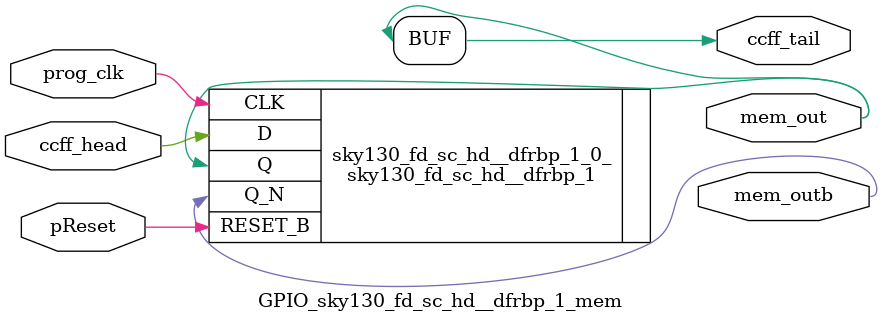
<source format=v>
`default_nettype none

module mux_tree_tapbuf_size4_mem(pReset,
                                 prog_clk,
                                 ccff_head,
                                 ccff_tail,
                                 mem_out,
                                 mem_outb);
//----- GLOBAL PORTS -----
input [0:0] pReset;
//----- GLOBAL PORTS -----
input [0:0] prog_clk;
//----- INPUT PORTS -----
input [0:0] ccff_head;
//----- OUTPUT PORTS -----
output [0:0] ccff_tail;
//----- OUTPUT PORTS -----
output [0:2] mem_out;
//----- OUTPUT PORTS -----
output [0:2] mem_outb;

//----- BEGIN wire-connection ports -----
//----- END wire-connection ports -----


//----- BEGIN Registered ports -----
//----- END Registered ports -----



// ----- BEGIN Local short connections -----
// ----- END Local short connections -----
// ----- BEGIN Local output short connections -----
	assign ccff_tail[0] = mem_out[2];
// ----- END Local output short connections -----

	sky130_fd_sc_hd__dfrbp_1 sky130_fd_sc_hd__dfrbp_1_0_ (
		.RESET_B(pReset),
		.CLK(prog_clk),
		.D(ccff_head),
		.Q(mem_out[0]),
		.Q_N(mem_outb[0]));

	sky130_fd_sc_hd__dfrbp_1 sky130_fd_sc_hd__dfrbp_1_1_ (
		.RESET_B(pReset),
		.CLK(prog_clk),
		.D(mem_out[0]),
		.Q(mem_out[1]),
		.Q_N(mem_outb[1]));

	sky130_fd_sc_hd__dfrbp_1 sky130_fd_sc_hd__dfrbp_1_2_ (
		.RESET_B(pReset),
		.CLK(prog_clk),
		.D(mem_out[1]),
		.Q(mem_out[2]),
		.Q_N(mem_outb[2]));

endmodule
// ----- END Verilog module for mux_tree_tapbuf_size4_mem -----

//----- Default net type -----
`default_nettype wire




//----- Default net type -----
`default_nettype none

// ----- Verilog module for mux_tree_tapbuf_size2_mem -----
module mux_tree_tapbuf_size2_mem(pReset,
                                 prog_clk,
                                 ccff_head,
                                 ccff_tail,
                                 mem_out,
                                 mem_outb);
//----- GLOBAL PORTS -----
input [0:0] pReset;
//----- GLOBAL PORTS -----
input [0:0] prog_clk;
//----- INPUT PORTS -----
input [0:0] ccff_head;
//----- OUTPUT PORTS -----
output [0:0] ccff_tail;
//----- OUTPUT PORTS -----
output [0:1] mem_out;
//----- OUTPUT PORTS -----
output [0:1] mem_outb;

//----- BEGIN wire-connection ports -----
//----- END wire-connection ports -----


//----- BEGIN Registered ports -----
//----- END Registered ports -----



// ----- BEGIN Local short connections -----
// ----- END Local short connections -----
// ----- BEGIN Local output short connections -----
	assign ccff_tail[0] = mem_out[1];
// ----- END Local output short connections -----

	sky130_fd_sc_hd__dfrbp_1 sky130_fd_sc_hd__dfrbp_1_0_ (
		.RESET_B(pReset),
		.CLK(prog_clk),
		.D(ccff_head),
		.Q(mem_out[0]),
		.Q_N(mem_outb[0]));

	sky130_fd_sc_hd__dfrbp_1 sky130_fd_sc_hd__dfrbp_1_1_ (
		.RESET_B(pReset),
		.CLK(prog_clk),
		.D(mem_out[0]),
		.Q(mem_out[1]),
		.Q_N(mem_outb[1]));

endmodule
// ----- END Verilog module for mux_tree_tapbuf_size2_mem -----

//----- Default net type -----
`default_nettype wire




//----- Default net type -----
`default_nettype none

// ----- Verilog module for mux_tree_tapbuf_size3_mem -----
module mux_tree_tapbuf_size3_mem(pReset,
                                 prog_clk,
                                 ccff_head,
                                 ccff_tail,
                                 mem_out,
                                 mem_outb);
//----- GLOBAL PORTS -----
input [0:0] pReset;
//----- GLOBAL PORTS -----
input [0:0] prog_clk;
//----- INPUT PORTS -----
input [0:0] ccff_head;
//----- OUTPUT PORTS -----
output [0:0] ccff_tail;
//----- OUTPUT PORTS -----
output [0:1] mem_out;
//----- OUTPUT PORTS -----
output [0:1] mem_outb;

//----- BEGIN wire-connection ports -----
//----- END wire-connection ports -----


//----- BEGIN Registered ports -----
//----- END Registered ports -----



// ----- BEGIN Local short connections -----
// ----- END Local short connections -----
// ----- BEGIN Local output short connections -----
	assign ccff_tail[0] = mem_out[1];
// ----- END Local output short connections -----

	sky130_fd_sc_hd__dfrbp_1 sky130_fd_sc_hd__dfrbp_1_0_ (
		.RESET_B(pReset),
		.CLK(prog_clk),
		.D(ccff_head),
		.Q(mem_out[0]),
		.Q_N(mem_outb[0]));

	sky130_fd_sc_hd__dfrbp_1 sky130_fd_sc_hd__dfrbp_1_1_ (
		.RESET_B(pReset),
		.CLK(prog_clk),
		.D(mem_out[0]),
		.Q(mem_out[1]),
		.Q_N(mem_outb[1]));

endmodule
// ----- END Verilog module for mux_tree_tapbuf_size3_mem -----

//----- Default net type -----
`default_nettype wire




//----- Default net type -----
`default_nettype none

// ----- Verilog module for mux_tree_size60_mem -----
module mux_tree_size60_mem(pReset,
                           prog_clk,
                           ccff_head,
                           ccff_tail,
                           mem_out,
                           mem_outb);
//----- GLOBAL PORTS -----
input [0:0] pReset;
//----- GLOBAL PORTS -----
input [0:0] prog_clk;
//----- INPUT PORTS -----
input [0:0] ccff_head;
//----- OUTPUT PORTS -----
output [0:0] ccff_tail;
//----- OUTPUT PORTS -----
output [0:5] mem_out;
//----- OUTPUT PORTS -----
output [0:5] mem_outb;

//----- BEGIN wire-connection ports -----
//----- END wire-connection ports -----


//----- BEGIN Registered ports -----
//----- END Registered ports -----



// ----- BEGIN Local short connections -----
// ----- END Local short connections -----
// ----- BEGIN Local output short connections -----
	assign ccff_tail[0] = mem_out[5];
// ----- END Local output short connections -----

	sky130_fd_sc_hd__dfrbp_1 sky130_fd_sc_hd__dfrbp_1_0_ (
		.RESET_B(pReset),
		.CLK(prog_clk),
		.D(ccff_head),
		.Q(mem_out[0]),
		.Q_N(mem_outb[0]));

	sky130_fd_sc_hd__dfrbp_1 sky130_fd_sc_hd__dfrbp_1_1_ (
		.RESET_B(pReset),
		.CLK(prog_clk),
		.D(mem_out[0]),
		.Q(mem_out[1]),
		.Q_N(mem_outb[1]));

	sky130_fd_sc_hd__dfrbp_1 sky130_fd_sc_hd__dfrbp_1_2_ (
		.RESET_B(pReset),
		.CLK(prog_clk),
		.D(mem_out[1]),
		.Q(mem_out[2]),
		.Q_N(mem_outb[2]));

	sky130_fd_sc_hd__dfrbp_1 sky130_fd_sc_hd__dfrbp_1_3_ (
		.RESET_B(pReset),
		.CLK(prog_clk),
		.D(mem_out[2]),
		.Q(mem_out[3]),
		.Q_N(mem_outb[3]));

	sky130_fd_sc_hd__dfrbp_1 sky130_fd_sc_hd__dfrbp_1_4_ (
		.RESET_B(pReset),
		.CLK(prog_clk),
		.D(mem_out[3]),
		.Q(mem_out[4]),
		.Q_N(mem_outb[4]));

	sky130_fd_sc_hd__dfrbp_1 sky130_fd_sc_hd__dfrbp_1_5_ (
		.RESET_B(pReset),
		.CLK(prog_clk),
		.D(mem_out[4]),
		.Q(mem_out[5]),
		.Q_N(mem_outb[5]));

endmodule
// ----- END Verilog module for mux_tree_size60_mem -----

//----- Default net type -----
`default_nettype wire




//----- Default net type -----
`default_nettype none

// ----- Verilog module for mux_tree_size2_mem -----
module mux_tree_size2_mem(pReset,
                          prog_clk,
                          ccff_head,
                          ccff_tail,
                          mem_out,
                          mem_outb);
//----- GLOBAL PORTS -----
input [0:0] pReset;
//----- GLOBAL PORTS -----
input [0:0] prog_clk;
//----- INPUT PORTS -----
input [0:0] ccff_head;
//----- OUTPUT PORTS -----
output [0:0] ccff_tail;
//----- OUTPUT PORTS -----
output [0:1] mem_out;
//----- OUTPUT PORTS -----
output [0:1] mem_outb;

//----- BEGIN wire-connection ports -----
//----- END wire-connection ports -----


//----- BEGIN Registered ports -----
//----- END Registered ports -----



// ----- BEGIN Local short connections -----
// ----- END Local short connections -----
// ----- BEGIN Local output short connections -----
	assign ccff_tail[0] = mem_out[1];
// ----- END Local output short connections -----

	sky130_fd_sc_hd__dfrbp_1 sky130_fd_sc_hd__dfrbp_1_0_ (
		.RESET_B(pReset),
		.CLK(prog_clk),
		.D(ccff_head),
		.Q(mem_out[0]),
		.Q_N(mem_outb[0]));

	sky130_fd_sc_hd__dfrbp_1 sky130_fd_sc_hd__dfrbp_1_1_ (
		.RESET_B(pReset),
		.CLK(prog_clk),
		.D(mem_out[0]),
		.Q(mem_out[1]),
		.Q_N(mem_outb[1]));

endmodule
// ----- END Verilog module for mux_tree_size2_mem -----

//----- Default net type -----
`default_nettype wire




//----- Default net type -----
`default_nettype none

// ----- Verilog module for frac_lut6_sky130_fd_sc_hd__dfrbp_1_mem -----
module frac_lut6_sky130_fd_sc_hd__dfrbp_1_mem(pReset,
                                              prog_clk,
                                              ccff_head,
                                              ccff_tail,
                                              mem_out,
                                              mem_outb);
//----- GLOBAL PORTS -----
input [0:0] pReset;
//----- GLOBAL PORTS -----
input [0:0] prog_clk;
//----- INPUT PORTS -----
input [0:0] ccff_head;
//----- OUTPUT PORTS -----
output [0:0] ccff_tail;
//----- OUTPUT PORTS -----
output [0:64] mem_out;
//----- OUTPUT PORTS -----
output [0:64] mem_outb;

//----- BEGIN wire-connection ports -----
//----- END wire-connection ports -----


//----- BEGIN Registered ports -----
//----- END Registered ports -----



// ----- BEGIN Local short connections -----
// ----- END Local short connections -----
// ----- BEGIN Local output short connections -----
	assign ccff_tail[0] = mem_out[64];
// ----- END Local output short connections -----

	sky130_fd_sc_hd__dfrbp_1 sky130_fd_sc_hd__dfrbp_1_0_ (
		.RESET_B(pReset),
		.CLK(prog_clk),
		.D(ccff_head),
		.Q(mem_out[0]),
		.Q_N(mem_outb[0]));

	sky130_fd_sc_hd__dfrbp_1 sky130_fd_sc_hd__dfrbp_1_1_ (
		.RESET_B(pReset),
		.CLK(prog_clk),
		.D(mem_out[0]),
		.Q(mem_out[1]),
		.Q_N(mem_outb[1]));

	sky130_fd_sc_hd__dfrbp_1 sky130_fd_sc_hd__dfrbp_1_2_ (
		.RESET_B(pReset),
		.CLK(prog_clk),
		.D(mem_out[1]),
		.Q(mem_out[2]),
		.Q_N(mem_outb[2]));

	sky130_fd_sc_hd__dfrbp_1 sky130_fd_sc_hd__dfrbp_1_3_ (
		.RESET_B(pReset),
		.CLK(prog_clk),
		.D(mem_out[2]),
		.Q(mem_out[3]),
		.Q_N(mem_outb[3]));

	sky130_fd_sc_hd__dfrbp_1 sky130_fd_sc_hd__dfrbp_1_4_ (
		.RESET_B(pReset),
		.CLK(prog_clk),
		.D(mem_out[3]),
		.Q(mem_out[4]),
		.Q_N(mem_outb[4]));

	sky130_fd_sc_hd__dfrbp_1 sky130_fd_sc_hd__dfrbp_1_5_ (
		.RESET_B(pReset),
		.CLK(prog_clk),
		.D(mem_out[4]),
		.Q(mem_out[5]),
		.Q_N(mem_outb[5]));

	sky130_fd_sc_hd__dfrbp_1 sky130_fd_sc_hd__dfrbp_1_6_ (
		.RESET_B(pReset),
		.CLK(prog_clk),
		.D(mem_out[5]),
		.Q(mem_out[6]),
		.Q_N(mem_outb[6]));

	sky130_fd_sc_hd__dfrbp_1 sky130_fd_sc_hd__dfrbp_1_7_ (
		.RESET_B(pReset),
		.CLK(prog_clk),
		.D(mem_out[6]),
		.Q(mem_out[7]),
		.Q_N(mem_outb[7]));

	sky130_fd_sc_hd__dfrbp_1 sky130_fd_sc_hd__dfrbp_1_8_ (
		.RESET_B(pReset),
		.CLK(prog_clk),
		.D(mem_out[7]),
		.Q(mem_out[8]),
		.Q_N(mem_outb[8]));

	sky130_fd_sc_hd__dfrbp_1 sky130_fd_sc_hd__dfrbp_1_9_ (
		.RESET_B(pReset),
		.CLK(prog_clk),
		.D(mem_out[8]),
		.Q(mem_out[9]),
		.Q_N(mem_outb[9]));

	sky130_fd_sc_hd__dfrbp_1 sky130_fd_sc_hd__dfrbp_1_10_ (
		.RESET_B(pReset),
		.CLK(prog_clk),
		.D(mem_out[9]),
		.Q(mem_out[10]),
		.Q_N(mem_outb[10]));

	sky130_fd_sc_hd__dfrbp_1 sky130_fd_sc_hd__dfrbp_1_11_ (
		.RESET_B(pReset),
		.CLK(prog_clk),
		.D(mem_out[10]),
		.Q(mem_out[11]),
		.Q_N(mem_outb[11]));

	sky130_fd_sc_hd__dfrbp_1 sky130_fd_sc_hd__dfrbp_1_12_ (
		.RESET_B(pReset),
		.CLK(prog_clk),
		.D(mem_out[11]),
		.Q(mem_out[12]),
		.Q_N(mem_outb[12]));

	sky130_fd_sc_hd__dfrbp_1 sky130_fd_sc_hd__dfrbp_1_13_ (
		.RESET_B(pReset),
		.CLK(prog_clk),
		.D(mem_out[12]),
		.Q(mem_out[13]),
		.Q_N(mem_outb[13]));

	sky130_fd_sc_hd__dfrbp_1 sky130_fd_sc_hd__dfrbp_1_14_ (
		.RESET_B(pReset),
		.CLK(prog_clk),
		.D(mem_out[13]),
		.Q(mem_out[14]),
		.Q_N(mem_outb[14]));

	sky130_fd_sc_hd__dfrbp_1 sky130_fd_sc_hd__dfrbp_1_15_ (
		.RESET_B(pReset),
		.CLK(prog_clk),
		.D(mem_out[14]),
		.Q(mem_out[15]),
		.Q_N(mem_outb[15]));

	sky130_fd_sc_hd__dfrbp_1 sky130_fd_sc_hd__dfrbp_1_16_ (
		.RESET_B(pReset),
		.CLK(prog_clk),
		.D(mem_out[15]),
		.Q(mem_out[16]),
		.Q_N(mem_outb[16]));

	sky130_fd_sc_hd__dfrbp_1 sky130_fd_sc_hd__dfrbp_1_17_ (
		.RESET_B(pReset),
		.CLK(prog_clk),
		.D(mem_out[16]),
		.Q(mem_out[17]),
		.Q_N(mem_outb[17]));

	sky130_fd_sc_hd__dfrbp_1 sky130_fd_sc_hd__dfrbp_1_18_ (
		.RESET_B(pReset),
		.CLK(prog_clk),
		.D(mem_out[17]),
		.Q(mem_out[18]),
		.Q_N(mem_outb[18]));

	sky130_fd_sc_hd__dfrbp_1 sky130_fd_sc_hd__dfrbp_1_19_ (
		.RESET_B(pReset),
		.CLK(prog_clk),
		.D(mem_out[18]),
		.Q(mem_out[19]),
		.Q_N(mem_outb[19]));

	sky130_fd_sc_hd__dfrbp_1 sky130_fd_sc_hd__dfrbp_1_20_ (
		.RESET_B(pReset),
		.CLK(prog_clk),
		.D(mem_out[19]),
		.Q(mem_out[20]),
		.Q_N(mem_outb[20]));

	sky130_fd_sc_hd__dfrbp_1 sky130_fd_sc_hd__dfrbp_1_21_ (
		.RESET_B(pReset),
		.CLK(prog_clk),
		.D(mem_out[20]),
		.Q(mem_out[21]),
		.Q_N(mem_outb[21]));

	sky130_fd_sc_hd__dfrbp_1 sky130_fd_sc_hd__dfrbp_1_22_ (
		.RESET_B(pReset),
		.CLK(prog_clk),
		.D(mem_out[21]),
		.Q(mem_out[22]),
		.Q_N(mem_outb[22]));

	sky130_fd_sc_hd__dfrbp_1 sky130_fd_sc_hd__dfrbp_1_23_ (
		.RESET_B(pReset),
		.CLK(prog_clk),
		.D(mem_out[22]),
		.Q(mem_out[23]),
		.Q_N(mem_outb[23]));

	sky130_fd_sc_hd__dfrbp_1 sky130_fd_sc_hd__dfrbp_1_24_ (
		.RESET_B(pReset),
		.CLK(prog_clk),
		.D(mem_out[23]),
		.Q(mem_out[24]),
		.Q_N(mem_outb[24]));

	sky130_fd_sc_hd__dfrbp_1 sky130_fd_sc_hd__dfrbp_1_25_ (
		.RESET_B(pReset),
		.CLK(prog_clk),
		.D(mem_out[24]),
		.Q(mem_out[25]),
		.Q_N(mem_outb[25]));

	sky130_fd_sc_hd__dfrbp_1 sky130_fd_sc_hd__dfrbp_1_26_ (
		.RESET_B(pReset),
		.CLK(prog_clk),
		.D(mem_out[25]),
		.Q(mem_out[26]),
		.Q_N(mem_outb[26]));

	sky130_fd_sc_hd__dfrbp_1 sky130_fd_sc_hd__dfrbp_1_27_ (
		.RESET_B(pReset),
		.CLK(prog_clk),
		.D(mem_out[26]),
		.Q(mem_out[27]),
		.Q_N(mem_outb[27]));

	sky130_fd_sc_hd__dfrbp_1 sky130_fd_sc_hd__dfrbp_1_28_ (
		.RESET_B(pReset),
		.CLK(prog_clk),
		.D(mem_out[27]),
		.Q(mem_out[28]),
		.Q_N(mem_outb[28]));

	sky130_fd_sc_hd__dfrbp_1 sky130_fd_sc_hd__dfrbp_1_29_ (
		.RESET_B(pReset),
		.CLK(prog_clk),
		.D(mem_out[28]),
		.Q(mem_out[29]),
		.Q_N(mem_outb[29]));

	sky130_fd_sc_hd__dfrbp_1 sky130_fd_sc_hd__dfrbp_1_30_ (
		.RESET_B(pReset),
		.CLK(prog_clk),
		.D(mem_out[29]),
		.Q(mem_out[30]),
		.Q_N(mem_outb[30]));

	sky130_fd_sc_hd__dfrbp_1 sky130_fd_sc_hd__dfrbp_1_31_ (
		.RESET_B(pReset),
		.CLK(prog_clk),
		.D(mem_out[30]),
		.Q(mem_out[31]),
		.Q_N(mem_outb[31]));

	sky130_fd_sc_hd__dfrbp_1 sky130_fd_sc_hd__dfrbp_1_32_ (
		.RESET_B(pReset),
		.CLK(prog_clk),
		.D(mem_out[31]),
		.Q(mem_out[32]),
		.Q_N(mem_outb[32]));

	sky130_fd_sc_hd__dfrbp_1 sky130_fd_sc_hd__dfrbp_1_33_ (
		.RESET_B(pReset),
		.CLK(prog_clk),
		.D(mem_out[32]),
		.Q(mem_out[33]),
		.Q_N(mem_outb[33]));

	sky130_fd_sc_hd__dfrbp_1 sky130_fd_sc_hd__dfrbp_1_34_ (
		.RESET_B(pReset),
		.CLK(prog_clk),
		.D(mem_out[33]),
		.Q(mem_out[34]),
		.Q_N(mem_outb[34]));

	sky130_fd_sc_hd__dfrbp_1 sky130_fd_sc_hd__dfrbp_1_35_ (
		.RESET_B(pReset),
		.CLK(prog_clk),
		.D(mem_out[34]),
		.Q(mem_out[35]),
		.Q_N(mem_outb[35]));

	sky130_fd_sc_hd__dfrbp_1 sky130_fd_sc_hd__dfrbp_1_36_ (
		.RESET_B(pReset),
		.CLK(prog_clk),
		.D(mem_out[35]),
		.Q(mem_out[36]),
		.Q_N(mem_outb[36]));

	sky130_fd_sc_hd__dfrbp_1 sky130_fd_sc_hd__dfrbp_1_37_ (
		.RESET_B(pReset),
		.CLK(prog_clk),
		.D(mem_out[36]),
		.Q(mem_out[37]),
		.Q_N(mem_outb[37]));

	sky130_fd_sc_hd__dfrbp_1 sky130_fd_sc_hd__dfrbp_1_38_ (
		.RESET_B(pReset),
		.CLK(prog_clk),
		.D(mem_out[37]),
		.Q(mem_out[38]),
		.Q_N(mem_outb[38]));

	sky130_fd_sc_hd__dfrbp_1 sky130_fd_sc_hd__dfrbp_1_39_ (
		.RESET_B(pReset),
		.CLK(prog_clk),
		.D(mem_out[38]),
		.Q(mem_out[39]),
		.Q_N(mem_outb[39]));

	sky130_fd_sc_hd__dfrbp_1 sky130_fd_sc_hd__dfrbp_1_40_ (
		.RESET_B(pReset),
		.CLK(prog_clk),
		.D(mem_out[39]),
		.Q(mem_out[40]),
		.Q_N(mem_outb[40]));

	sky130_fd_sc_hd__dfrbp_1 sky130_fd_sc_hd__dfrbp_1_41_ (
		.RESET_B(pReset),
		.CLK(prog_clk),
		.D(mem_out[40]),
		.Q(mem_out[41]),
		.Q_N(mem_outb[41]));

	sky130_fd_sc_hd__dfrbp_1 sky130_fd_sc_hd__dfrbp_1_42_ (
		.RESET_B(pReset),
		.CLK(prog_clk),
		.D(mem_out[41]),
		.Q(mem_out[42]),
		.Q_N(mem_outb[42]));

	sky130_fd_sc_hd__dfrbp_1 sky130_fd_sc_hd__dfrbp_1_43_ (
		.RESET_B(pReset),
		.CLK(prog_clk),
		.D(mem_out[42]),
		.Q(mem_out[43]),
		.Q_N(mem_outb[43]));

	sky130_fd_sc_hd__dfrbp_1 sky130_fd_sc_hd__dfrbp_1_44_ (
		.RESET_B(pReset),
		.CLK(prog_clk),
		.D(mem_out[43]),
		.Q(mem_out[44]),
		.Q_N(mem_outb[44]));

	sky130_fd_sc_hd__dfrbp_1 sky130_fd_sc_hd__dfrbp_1_45_ (
		.RESET_B(pReset),
		.CLK(prog_clk),
		.D(mem_out[44]),
		.Q(mem_out[45]),
		.Q_N(mem_outb[45]));

	sky130_fd_sc_hd__dfrbp_1 sky130_fd_sc_hd__dfrbp_1_46_ (
		.RESET_B(pReset),
		.CLK(prog_clk),
		.D(mem_out[45]),
		.Q(mem_out[46]),
		.Q_N(mem_outb[46]));

	sky130_fd_sc_hd__dfrbp_1 sky130_fd_sc_hd__dfrbp_1_47_ (
		.RESET_B(pReset),
		.CLK(prog_clk),
		.D(mem_out[46]),
		.Q(mem_out[47]),
		.Q_N(mem_outb[47]));

	sky130_fd_sc_hd__dfrbp_1 sky130_fd_sc_hd__dfrbp_1_48_ (
		.RESET_B(pReset),
		.CLK(prog_clk),
		.D(mem_out[47]),
		.Q(mem_out[48]),
		.Q_N(mem_outb[48]));

	sky130_fd_sc_hd__dfrbp_1 sky130_fd_sc_hd__dfrbp_1_49_ (
		.RESET_B(pReset),
		.CLK(prog_clk),
		.D(mem_out[48]),
		.Q(mem_out[49]),
		.Q_N(mem_outb[49]));

	sky130_fd_sc_hd__dfrbp_1 sky130_fd_sc_hd__dfrbp_1_50_ (
		.RESET_B(pReset),
		.CLK(prog_clk),
		.D(mem_out[49]),
		.Q(mem_out[50]),
		.Q_N(mem_outb[50]));

	sky130_fd_sc_hd__dfrbp_1 sky130_fd_sc_hd__dfrbp_1_51_ (
		.RESET_B(pReset),
		.CLK(prog_clk),
		.D(mem_out[50]),
		.Q(mem_out[51]),
		.Q_N(mem_outb[51]));

	sky130_fd_sc_hd__dfrbp_1 sky130_fd_sc_hd__dfrbp_1_52_ (
		.RESET_B(pReset),
		.CLK(prog_clk),
		.D(mem_out[51]),
		.Q(mem_out[52]),
		.Q_N(mem_outb[52]));

	sky130_fd_sc_hd__dfrbp_1 sky130_fd_sc_hd__dfrbp_1_53_ (
		.RESET_B(pReset),
		.CLK(prog_clk),
		.D(mem_out[52]),
		.Q(mem_out[53]),
		.Q_N(mem_outb[53]));

	sky130_fd_sc_hd__dfrbp_1 sky130_fd_sc_hd__dfrbp_1_54_ (
		.RESET_B(pReset),
		.CLK(prog_clk),
		.D(mem_out[53]),
		.Q(mem_out[54]),
		.Q_N(mem_outb[54]));

	sky130_fd_sc_hd__dfrbp_1 sky130_fd_sc_hd__dfrbp_1_55_ (
		.RESET_B(pReset),
		.CLK(prog_clk),
		.D(mem_out[54]),
		.Q(mem_out[55]),
		.Q_N(mem_outb[55]));

	sky130_fd_sc_hd__dfrbp_1 sky130_fd_sc_hd__dfrbp_1_56_ (
		.RESET_B(pReset),
		.CLK(prog_clk),
		.D(mem_out[55]),
		.Q(mem_out[56]),
		.Q_N(mem_outb[56]));

	sky130_fd_sc_hd__dfrbp_1 sky130_fd_sc_hd__dfrbp_1_57_ (
		.RESET_B(pReset),
		.CLK(prog_clk),
		.D(mem_out[56]),
		.Q(mem_out[57]),
		.Q_N(mem_outb[57]));

	sky130_fd_sc_hd__dfrbp_1 sky130_fd_sc_hd__dfrbp_1_58_ (
		.RESET_B(pReset),
		.CLK(prog_clk),
		.D(mem_out[57]),
		.Q(mem_out[58]),
		.Q_N(mem_outb[58]));

	sky130_fd_sc_hd__dfrbp_1 sky130_fd_sc_hd__dfrbp_1_59_ (
		.RESET_B(pReset),
		.CLK(prog_clk),
		.D(mem_out[58]),
		.Q(mem_out[59]),
		.Q_N(mem_outb[59]));

	sky130_fd_sc_hd__dfrbp_1 sky130_fd_sc_hd__dfrbp_1_60_ (
		.RESET_B(pReset),
		.CLK(prog_clk),
		.D(mem_out[59]),
		.Q(mem_out[60]),
		.Q_N(mem_outb[60]));

	sky130_fd_sc_hd__dfrbp_1 sky130_fd_sc_hd__dfrbp_1_61_ (
		.RESET_B(pReset),
		.CLK(prog_clk),
		.D(mem_out[60]),
		.Q(mem_out[61]),
		.Q_N(mem_outb[61]));

	sky130_fd_sc_hd__dfrbp_1 sky130_fd_sc_hd__dfrbp_1_62_ (
		.RESET_B(pReset),
		.CLK(prog_clk),
		.D(mem_out[61]),
		.Q(mem_out[62]),
		.Q_N(mem_outb[62]));

	sky130_fd_sc_hd__dfrbp_1 sky130_fd_sc_hd__dfrbp_1_63_ (
		.RESET_B(pReset),
		.CLK(prog_clk),
		.D(mem_out[62]),
		.Q(mem_out[63]),
		.Q_N(mem_outb[63]));

	sky130_fd_sc_hd__dfrbp_1 sky130_fd_sc_hd__dfrbp_1_64_ (
		.RESET_B(pReset),
		.CLK(prog_clk),
		.D(mem_out[63]),
		.Q(mem_out[64]),
		.Q_N(mem_outb[64]));

endmodule
// ----- END Verilog module for frac_lut6_sky130_fd_sc_hd__dfrbp_1_mem -----

//----- Default net type -----
`default_nettype wire




//----- Default net type -----
`default_nettype none

// ----- Verilog module for GPIO_sky130_fd_sc_hd__dfrbp_1_mem -----
module GPIO_sky130_fd_sc_hd__dfrbp_1_mem(pReset,
                                         prog_clk,
                                         ccff_head,
                                         ccff_tail,
                                         mem_out,
                                         mem_outb);
//----- GLOBAL PORTS -----
input [0:0] pReset;
//----- GLOBAL PORTS -----
input [0:0] prog_clk;
//----- INPUT PORTS -----
input [0:0] ccff_head;
//----- OUTPUT PORTS -----
output [0:0] ccff_tail;
//----- OUTPUT PORTS -----
output [0:0] mem_out;
//----- OUTPUT PORTS -----
output [0:0] mem_outb;

//----- BEGIN wire-connection ports -----
//----- END wire-connection ports -----


//----- BEGIN Registered ports -----
//----- END Registered ports -----



// ----- BEGIN Local short connections -----
// ----- END Local short connections -----
// ----- BEGIN Local output short connections -----
	assign ccff_tail[0] = mem_out[0];
// ----- END Local output short connections -----

	sky130_fd_sc_hd__dfrbp_1 sky130_fd_sc_hd__dfrbp_1_0_ (
		.RESET_B(pReset),
		.CLK(prog_clk),
		.D(ccff_head),
		.Q(mem_out),
		.Q_N(mem_outb));

endmodule
// ----- END Verilog module for GPIO_sky130_fd_sc_hd__dfrbp_1_mem -----

//----- Default net type -----
`default_nettype wire





</source>
